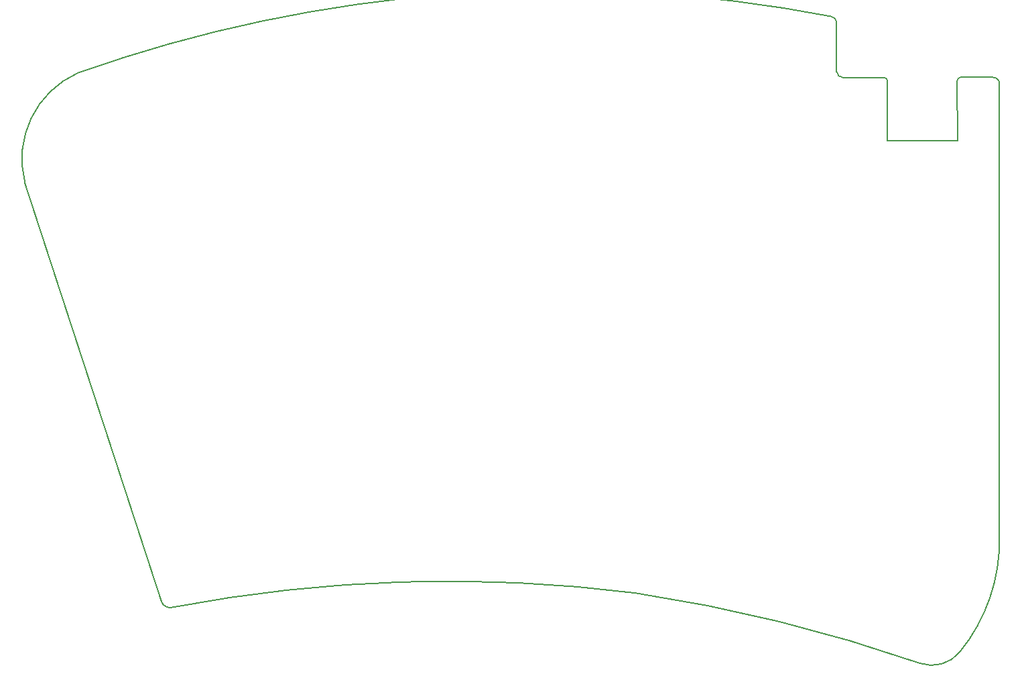
<source format=gm1>
G04 #@! TF.GenerationSoftware,KiCad,Pcbnew,(5.1.4-0-10_14)*
G04 #@! TF.CreationDate,2021-08-22T21:37:58+02:00*
G04 #@! TF.ProjectId,lory,6c6f7279-2e6b-4696-9361-645f70636258,2.1*
G04 #@! TF.SameCoordinates,Original*
G04 #@! TF.FileFunction,Profile,NP*
%FSLAX46Y46*%
G04 Gerber Fmt 4.6, Leading zero omitted, Abs format (unit mm)*
G04 Created by KiCad (PCBNEW (5.1.4-0-10_14)) date 2021-08-22 21:37:58*
%MOMM*%
%LPD*%
G04 APERTURE LIST*
%ADD10C,0.150000*%
G04 APERTURE END LIST*
D10*
X184974168Y-124982517D02*
G75*
G03X149044781Y-116111726I-65974168J-190017483D01*
G01*
X189725000Y-51315253D02*
G75*
G02X190142610Y-50940000I417610J-44747D01*
G01*
X180895000Y-58970000D02*
X189730000Y-58975000D01*
X180530000Y-50965000D02*
G75*
G02X180901441Y-51382183I-48559J-417183D01*
G01*
X190140000Y-50940000D02*
X194215000Y-50940377D01*
X189730000Y-58975000D02*
X189725000Y-51315253D01*
X180895000Y-58970000D02*
X180901441Y-51382183D01*
X190050908Y-123556113D02*
G75*
G02X184974167Y-124982518I-3544412J2867418D01*
G01*
X90520135Y-117925629D02*
G75*
G02X89172412Y-117201738I-248345J1154163D01*
G01*
X194215000Y-50940377D02*
G75*
G02X195045000Y-51710000I35000J-794623D01*
G01*
X175290005Y-50965251D02*
G75*
G02X174480000Y-50195000I-15005J795251D01*
G01*
X195045000Y-51705000D02*
X195042003Y-108990862D01*
X175290000Y-50965000D02*
X180530000Y-50965000D01*
X174480000Y-50195000D02*
X174475405Y-44009258D01*
X173850849Y-43257342D02*
G75*
G02X174475405Y-44009258I-170444J-776916D01*
G01*
X71938953Y-64242666D02*
X89172412Y-117201738D01*
X149044781Y-116111725D02*
G75*
G03X90520135Y-117925628I-23544781J-185380556D01*
G01*
X195042003Y-108990862D02*
G75*
G02X190050908Y-123556113I-22262260J-509138D01*
G01*
X71938952Y-64242666D02*
G75*
G02X78610583Y-50387227I11498599J2997200D01*
G01*
X78610583Y-50387227D02*
G75*
G02X173850849Y-43257342I60686117J-170969132D01*
G01*
M02*

</source>
